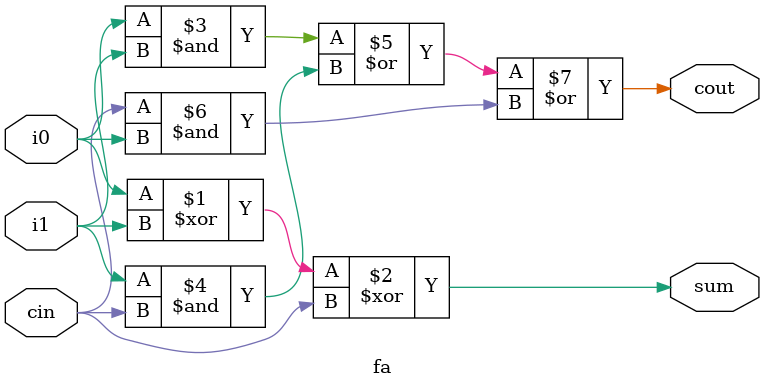
<source format=v>

module fa ( input wire i0, i1, cin, output wire sum, cout);
    assign sum = i0 ^ i1 ^ cin;
    assign cout = (i0 & i1) | (i1 & cin) | (cin & i0);
endmodule

</source>
